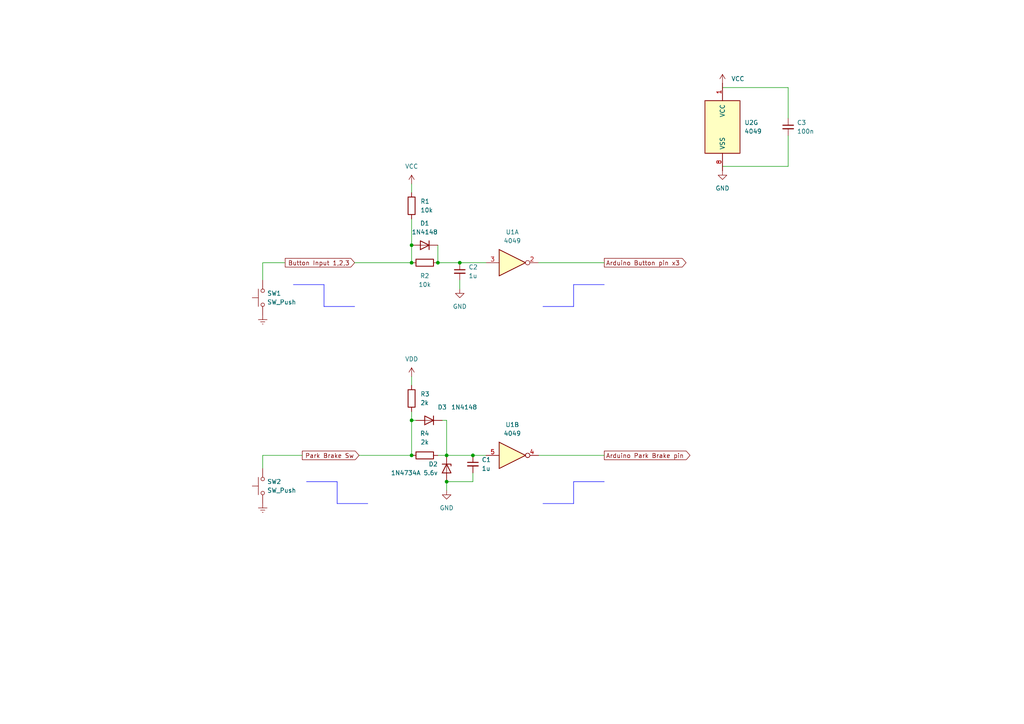
<source format=kicad_sch>
(kicad_sch (version 20230121) (generator eeschema)
  (paper "A4")
  (lib_symbols
    (symbol "4xxx:4049" (pin_names (offset 1.016))
      (property "Reference" "U" (at 0 1.27 0))
      (property "Value" "4049" (at 0 -1.27 0))
      (symbol "4049_1_0"
        (polyline (pts (xy -3.81 3.81) (xy -3.81 -3.81) (xy 3.81 0) (xy -3.81 3.81)) (stroke (width 0.254)) (fill (type background)))
        (pin output inverted (at 7.62 0 180) (length 3.81) (name "~") (number "2"))
        (pin input line (at -7.62 0 0) (length 3.81) (name "~") (number "3"))
      )
      (symbol "4049_2_0"
        (polyline (pts (xy -3.81 3.81) (xy -3.81 -3.81) (xy 3.81 0) (xy -3.81 3.81)) (stroke (width 0.254)) (fill (type background)))
        (pin output inverted (at 7.62 0 180) (length 3.81) (name "~") (number "4"))
        (pin input line (at -7.62 0 0) (length 3.81) (name "~") (number "5"))
      )
      (symbol "4049_3_0"
        (polyline (pts (xy -3.81 3.81) (xy -3.81 -3.81) (xy 3.81 0) (xy -3.81 3.81)) (stroke (width 0.254)) (fill (type background)))
        (pin output inverted (at 7.62 0 180) (length 3.81) (name "~") (number "6"))
        (pin input line (at -7.62 0 0) (length 3.81) (name "~") (number "7"))
      )
      (symbol "4049_4_0"
        (polyline (pts (xy -3.81 3.81) (xy -3.81 -3.81) (xy 3.81 0) (xy -3.81 3.81)) (stroke (width 0.254)) (fill (type background)))
        (pin output inverted (at 7.62 0 180) (length 3.81) (name "~") (number "10"))
        (pin input line (at -7.62 0 0) (length 3.81) (name "~") (number "9"))
      )
      (symbol "4049_5_0"
        (polyline (pts (xy -3.81 3.81) (xy -3.81 -3.81) (xy 3.81 0) (xy -3.81 3.81)) (stroke (width 0.254)) (fill (type background)))
        (pin input line (at -7.62 0 0) (length 3.81) (name "~") (number "11"))
        (pin output inverted (at 7.62 0 180) (length 3.81) (name "~") (number "12"))
      )
      (symbol "4049_6_0"
        (polyline (pts (xy -3.81 3.81) (xy -3.81 -3.81) (xy 3.81 0) (xy -3.81 3.81)) (stroke (width 0.254)) (fill (type background)))
        (pin input line (at -7.62 0 0) (length 3.81) (name "~") (number "14"))
        (pin output inverted (at 7.62 0 180) (length 3.81) (name "~") (number "15"))
      )
      (symbol "4049_7_0"
        (pin power_in line (at 0 12.7 270) (length 5.08) (name "VCC") (number "1"))
        (pin power_in line (at 0 -12.7 90) (length 5.08) (name "VSS") (number "8"))
      )
      (symbol "4049_7_1"
        (rectangle (start -5.08 7.62) (end 5.08 -7.62) (stroke (width 0.254)) (fill (type background)))
      )
    )
    (symbol "Device:C_Small" (pin_numbers hide) (pin_names (offset 0.254) hide)
      (property "Reference" "C" (at 0.254 1.778 0))
      (property "Value" "C_Small" (at 0.254 -2.032 0))
      (symbol "C_Small_0_1"
        (polyline (pts (xy -1.524 -0.508) (xy 1.524 -0.508)) (stroke (width 0.3302)))
        (polyline (pts (xy -1.524 0.508) (xy 1.524 0.508)) (stroke (width 0.3048)))
      )
      (symbol "C_Small_1_1"
        (pin passive line (at 0 2.54 270) (length 2.032) (name "~") (number "1"))
        (pin passive line (at 0 -2.54 90) (length 2.032) (name "~") (number "2"))
      )
    )
    (symbol "Device:R" (pin_numbers hide) (pin_names (offset 0))
      (property "Reference" "R" (at 2.032 0 90))
      (property "Value" "R" (at 0 0 90))
      (symbol "R_0_1"
        (rectangle (start -1.016 -2.54) (end 1.016 2.54) (stroke (width 0.254)))
      )
      (symbol "R_1_1"
        (pin passive line (at 0 3.81 270) (length 1.27) (name "~") (number "1"))
        (pin passive line (at 0 -3.81 90) (length 1.27) (name "~") (number "2"))
      )
    )
    (symbol "Diode:1N4148" (pin_numbers hide) (pin_names hide)
      (property "Reference" "D" (at 0 2.54 0))
      (property "Value" "1N4148" (at 0 -2.54 0))
      (symbol "1N4148_0_1"
        (polyline (pts (xy -1.27 1.27) (xy -1.27 -1.27)) (stroke (width 0.254)))
        (polyline (pts (xy 1.27 0) (xy -1.27 0)))
        (polyline (pts (xy 1.27 1.27) (xy 1.27 -1.27) (xy -1.27 0) (xy 1.27 1.27)) (stroke (width 0.254)))
      )
      (symbol "1N4148_1_1"
        (pin passive line (at -3.81 0 0) (length 2.54) (name "K") (number "1"))
        (pin passive line (at 3.81 0 180) (length 2.54) (name "A") (number "2"))
      )
    )
    (symbol "Diode:1N47xxA" (pin_numbers hide) (pin_names hide)
      (property "Reference" "D" (at 0 2.54 0))
      (property "Value" "1N47xxA" (at 0 -2.54 0))
      (symbol "1N47xxA_0_1"
        (polyline (pts (xy 1.27 0) (xy -1.27 0)))
        (polyline (pts (xy -1.27 -1.27) (xy -1.27 1.27) (xy -0.762 1.27)) (stroke (width 0.254)))
        (polyline (pts (xy 1.27 -1.27) (xy 1.27 1.27) (xy -1.27 0) (xy 1.27 -1.27)) (stroke (width 0.254)))
      )
      (symbol "1N47xxA_1_1"
        (pin passive line (at -3.81 0 0) (length 2.54) (name "K") (number "1"))
        (pin passive line (at 3.81 0 180) (length 2.54) (name "A") (number "2"))
      )
    )
    (symbol "Switch:SW_Push" (pin_numbers hide) (pin_names (offset 1.016) hide)
      (property "Reference" "SW" (at 1.27 2.54 0))
      (property "Value" "SW_Push" (at 0 -1.524 0))
      (symbol "SW_Push_0_1"
        (circle (center -2.032 0) (radius 0.508))
        (polyline (pts (xy 0 1.27) (xy 0 3.048)))
        (polyline (pts (xy 2.54 1.27) (xy -2.54 1.27)))
        (circle (center 2.032 0) (radius 0.508))
        (pin passive line (at -5.08 0 0) (length 2.54) (name "1") (number "1"))
        (pin passive line (at 5.08 0 180) (length 2.54) (name "2") (number "2"))
      )
    )
    (symbol "power:Earth" (power) (pin_names (offset 0))
      (symbol "Earth_0_1"
        (polyline (pts (xy -0.635 -1.905) (xy 0.635 -1.905)))
        (polyline (pts (xy -0.127 -2.54) (xy 0.127 -2.54)))
        (polyline (pts (xy 0 -1.27) (xy 0 0)))
        (polyline (pts (xy 1.27 -1.27) (xy -1.27 -1.27)))
      )
      (symbol "Earth_1_1"
        (pin power_in line (at 0 0 270) (length 0) hide (name "Earth") (number "1"))
      )
    )
    (symbol "power:GND" (power) (pin_names (offset 0))
      (property "Value" "GND" (at 0 -3.81 0))
      (symbol "GND_0_1"
        (polyline (pts (xy 0 0) (xy 0 -1.27) (xy 1.27 -1.27) (xy 0 -2.54) (xy -1.27 -1.27) (xy 0 -1.27)))
      )
      (symbol "GND_1_1"
        (pin power_in line (at 0 0 270) (length 0) hide (name "GND") (number "1"))
      )
    )
    (symbol "power:VCC" (power) (pin_names (offset 0))
      (property "Value" "VCC" (at 0 3.81 0))
      (symbol "VCC_0_1"
        (polyline (pts (xy -0.762 1.27) (xy 0 2.54)))
        (polyline (pts (xy 0 0) (xy 0 2.54)))
        (polyline (pts (xy 0 2.54) (xy 0.762 1.27)))
      )
      (symbol "VCC_1_1"
        (pin power_in line (at 0 0 90) (length 0) hide (name "VCC") (number "1"))
      )
    )
    (symbol "power:VDD" (power) (pin_names (offset 0))
      (property "Value" "VDD" (at 0 3.81 0))
      (symbol "VDD_0_1"
        (polyline (pts (xy -0.762 1.27) (xy 0 2.54)))
        (polyline (pts (xy 0 0) (xy 0 2.54)))
        (polyline (pts (xy 0 2.54) (xy 0.762 1.27)))
      )
      (symbol "VDD_1_1"
        (pin power_in line (at 0 0 90) (length 0) hide (name "VDD") (number "1"))
      )
    )
  )
  (junction (at 129.54 132.08))
  (junction (at 119.38 76.2))
  (junction (at 137.16 132.08))
  (junction (at 119.38 132.08))
  (junction (at 133.35 76.2))
  (junction (at 129.54 139.7))
  (junction (at 127 76.2))
  (junction (at 119.38 121.92))
  (junction (at 119.38 71.12))
  (wire (pts (xy 119.38 119.38) (xy 119.38 121.92)))
  (wire (pts (xy 156.21 76.2) (xy 175.26 76.2)))
  (wire (pts (xy 137.16 137.16) (xy 137.16 139.7)))
  (wire (pts (xy 156.21 132.08) (xy 175.26 132.08)))
  (wire (pts (xy 166.37 88.9) (xy 166.37 82.55)) (stroke (width 0) (color 0 0 255 1)))
  (wire (pts (xy 209.55 48.26) (xy 228.6 48.26)))
  (wire (pts (xy 85.09 82.55) (xy 93.98 82.55)) (stroke (width 0) (color 0 0 255 1)))
  (wire (pts (xy 127 71.12) (xy 127 76.2)))
  (wire (pts (xy 104.14 132.08) (xy 119.38 132.08)))
  (wire (pts (xy 76.2 132.08) (xy 87.63 132.08)))
  (wire (pts (xy 129.54 139.7) (xy 129.54 142.24)))
  (wire (pts (xy 166.37 82.55) (xy 175.26 82.55)) (stroke (width 0) (color 0 0 255 1)))
  (wire (pts (xy 127 132.08) (xy 129.54 132.08)))
  (wire (pts (xy 127 76.2) (xy 133.35 76.2)))
  (wire (pts (xy 129.54 121.92) (xy 129.54 132.08)))
  (wire (pts (xy 157.48 146.05) (xy 166.37 146.05)) (stroke (width 0) (color 0 0 255 1)))
  (wire (pts (xy 76.2 76.2) (xy 82.55 76.2)))
  (wire (pts (xy 228.6 34.29) (xy 228.6 25.4)))
  (wire (pts (xy 166.37 139.7) (xy 175.26 139.7)) (stroke (width 0) (color 0 0 255 1)))
  (wire (pts (xy 76.2 135.89) (xy 76.2 132.08)))
  (wire (pts (xy 102.87 76.2) (xy 119.38 76.2)))
  (wire (pts (xy 129.54 139.7) (xy 137.16 139.7)))
  (wire (pts (xy 209.55 25.4) (xy 228.6 25.4)))
  (wire (pts (xy 93.98 82.55) (xy 93.98 88.9)) (stroke (width 0) (color 0 0 255 1)))
  (wire (pts (xy 129.54 132.08) (xy 137.16 132.08)))
  (wire (pts (xy 97.79 146.05) (xy 106.68 146.05)) (stroke (width 0) (color 0 0 255 1)))
  (wire (pts (xy 119.38 71.12) (xy 119.38 76.2)))
  (wire (pts (xy 119.38 53.34) (xy 119.38 55.88)))
  (wire (pts (xy 137.16 132.08) (xy 140.97 132.08)))
  (wire (pts (xy 133.35 76.2) (xy 140.97 76.2)))
  (wire (pts (xy 128.27 121.92) (xy 129.54 121.92)))
  (wire (pts (xy 119.38 109.22) (xy 119.38 111.76)))
  (wire (pts (xy 228.6 39.37) (xy 228.6 48.26)))
  (wire (pts (xy 119.38 63.5) (xy 119.38 71.12)))
  (wire (pts (xy 166.37 146.05) (xy 166.37 139.7)) (stroke (width 0) (color 0 0 255 1)))
  (wire (pts (xy 157.48 88.9) (xy 166.37 88.9)) (stroke (width 0) (color 0 0 255 1)))
  (wire (pts (xy 119.38 121.92) (xy 120.65 121.92)))
  (wire (pts (xy 133.35 81.28) (xy 133.35 83.82)))
  (wire (pts (xy 119.38 121.92) (xy 119.38 132.08)))
  (wire (pts (xy 93.98 88.9) (xy 102.87 88.9)) (stroke (width 0) (color 0 0 255 1)))
  (wire (pts (xy 76.2 81.28) (xy 76.2 76.2)))
  (wire (pts (xy 97.79 139.7) (xy 97.79 146.05)) (stroke (width 0) (color 0 0 255 1)))
  (wire (pts (xy 88.9 139.7) (xy 97.79 139.7)) (stroke (width 0) (color 0 0 255 1)))
  (global_label "Park Brake Sw" (shape input) (at 104.14 132.08 180) (property "Intersheetrefs" "${INTERSHEET_REFS}" (effects hide)))
  (global_label "Button Input 1,2,3" (shape input) (at 102.87 76.2 180) (property "Intersheetrefs" "${INTERSHEET_REFS}" (effects hide)))
  (global_label "Arduino Park Brake pin" (shape output) (at 175.26 132.08 0) (property "Intersheetrefs" "${INTERSHEET_REFS}" (effects hide)))
  (global_label "Arduino Button pin x3" (shape output) (at 175.26 76.2 0) (property "Intersheetrefs" "${INTERSHEET_REFS}" (effects hide)))
  (symbol (lib_id "power:VCC") (at 119.38 53.34 0) (unit 1)
    (property "Reference" "#PWR04" (effects hide))
    (property "Value" "VCC" (at 119.38 48.26 0))
  )
  (symbol (lib_id "Device:C_Small") (at 137.16 134.62 0) (unit 1)
    (property "Reference" "C1" (at 139.7 133.3563 0) (effects (justify left)))
    (property "Value" "1u" (at 139.7 135.8963 0) (effects (justify left)))
  )
  (symbol (lib_id "4xxx:4049") (at 148.59 132.08 0) (unit 2)
    (property "Reference" "U1" (at 148.59 123.19 0))
    (property "Value" "4049" (at 148.59 125.73 0))
    (property "Datasheet" "http://www.intersil.com/content/dam/intersil/documents/cd40/cd4049ubms.pdf" (effects hide))
  )
  (symbol (lib_id "Diode:1N47xxA") (at 129.54 135.89 270) (unit 1)
    (property "Reference" "D2" (at 127 134.62 90) (effects (justify right)))
    (property "Value" "1N4734A 5.6v" (at 127 137.16 90) (effects (justify right)))
    (property "Footprint" "Diode_THT:D_DO-41_SOD81_P10.16mm_Horizontal" (effects hide))
    (property "Datasheet" "https://www.vishay.com/docs/85816/1n4728a.pdf" (effects hide))
  )
  (symbol (lib_id "Device:R") (at 119.38 115.57 0) (unit 1)
    (property "Reference" "R3" (at 121.92 114.3 0) (effects (justify left)))
    (property "Value" "2k" (at 121.92 116.84 0) (effects (justify left)))
  )
  (symbol (lib_id "power:GND") (at 209.55 49.53 0) (unit 1)
    (property "Reference" "#PWR02" (effects hide))
    (property "Value" "GND" (at 209.55 54.61 0))
  )
  (symbol (lib_id "Device:R") (at 119.38 59.69 0) (unit 1)
    (property "Reference" "R1" (at 121.92 58.42 0) (effects (justify left)))
    (property "Value" "10k" (at 121.92 60.96 0) (effects (justify left)))
  )
  (symbol (lib_id "power:VCC") (at 209.55 24.13 0) (unit 1)
    (property "Reference" "#PWR07" (effects hide))
    (property "Value" "VCC" (at 212.09 22.86 0) (effects (justify left)))
  )
  (symbol (lib_id "4xxx:4049") (at 148.59 76.2 0) (unit 1)
    (property "Reference" "U1" (at 148.59 67.31 0))
    (property "Value" "4049" (at 148.59 69.85 0))
    (property "Datasheet" "http://www.intersil.com/content/dam/intersil/documents/cd40/cd4049ubms.pdf" (effects hide))
  )
  (symbol (lib_id "4xxx:4049") (at 209.55 36.83 0) (unit 7)
    (property "Reference" "U2" (at 215.9 35.56 0) (effects (justify left)))
    (property "Value" "4049" (at 215.9 38.1 0) (effects (justify left)))
    (property "Datasheet" "http://www.intersil.com/content/dam/intersil/documents/cd40/cd4049ubms.pdf" (effects hide))
  )
  (symbol (lib_id "Device:C_Small") (at 133.35 78.74 0) (unit 1)
    (property "Reference" "C2" (at 135.89 77.4763 0) (effects (justify left)))
    (property "Value" "1u" (at 135.89 80.0163 0) (effects (justify left)))
  )
  (symbol (lib_id "Diode:1N4148") (at 123.19 71.12 180) (unit 1)
    (property "Reference" "D1" (at 123.19 64.77 0))
    (property "Value" "1N4148" (at 123.19 67.31 0))
    (property "Footprint" "Diode_THT:D_DO-35_SOD27_P7.62mm_Horizontal" (effects hide))
    (property "Datasheet" "https://assets.nexperia.com/documents/data-sheet/1N4148_1N4448.pdf" (effects hide))
    (property "Sim.Device" "D" (effects hide))
    (property "Sim.Pins" "1=K 2=A" (effects hide))
  )
  (symbol (lib_id "power:Earth") (at 76.2 91.44 0) (unit 1)
    (property "Reference" "#PWR05" (effects hide))
    (property "Value" "Earth" (effects hide))
  )
  (symbol (lib_id "power:VDD") (at 119.38 109.22 0) (unit 1)
    (property "Reference" "#PWR01" (effects hide))
    (property "Value" "VDD" (at 119.38 104.14 0))
  )
  (symbol (lib_id "Device:C_Small") (at 228.6 36.83 0) (unit 1)
    (property "Reference" "C3" (at 231.14 35.5663 0) (effects (justify left)))
    (property "Value" "100n" (at 231.14 38.1063 0) (effects (justify left)))
  )
  (symbol (lib_id "power:GND") (at 133.35 83.82 0) (unit 1)
    (property "Reference" "#PWR03" (effects hide))
    (property "Value" "GND" (at 133.35 88.9 0))
  )
  (symbol (lib_id "Device:R") (at 123.19 76.2 270) (unit 1)
    (property "Reference" "R2" (at 123.19 80.01 90))
    (property "Value" "10k" (at 123.19 82.55 90))
  )
  (symbol (lib_id "Device:R") (at 123.19 132.08 270) (unit 1)
    (property "Reference" "R4" (at 123.19 125.73 90))
    (property "Value" "2k" (at 123.19 128.27 90))
  )
  (symbol (lib_id "Switch:SW_Push") (at 76.2 140.97 90) (unit 1)
    (property "Reference" "SW2" (at 77.47 139.7 90) (effects (justify right)))
    (property "Value" "SW_Push" (at 77.47 142.24 90) (effects (justify right)))
  )
  (symbol (lib_id "Switch:SW_Push") (at 76.2 86.36 90) (unit 1)
    (property "Reference" "SW1" (at 77.47 85.09 90) (effects (justify right)))
    (property "Value" "SW_Push" (at 77.47 87.63 90) (effects (justify right)))
  )
  (symbol (lib_id "power:Earth") (at 76.2 146.05 0) (unit 1)
    (property "Reference" "#PWR06" (effects hide))
    (property "Value" "Earth" (effects hide))
  )
  (symbol (lib_id "Diode:1N4148") (at 124.46 121.92 180) (unit 1)
    (property "Reference" "D3" (at 128.27 118.11 0))
    (property "Value" "1N4148" (at 134.62 118.11 0))
    (property "Footprint" "Diode_THT:D_DO-35_SOD27_P7.62mm_Horizontal" (effects hide))
    (property "Datasheet" "https://assets.nexperia.com/documents/data-sheet/1N4148_1N4448.pdf" (effects hide))
    (property "Sim.Device" "D" (effects hide))
    (property "Sim.Pins" "1=K 2=A" (effects hide))
  )
  (symbol (lib_id "power:GND") (at 129.54 142.24 0) (unit 1)
    (property "Reference" "#PWR08" (effects hide))
    (property "Value" "GND" (at 129.54 147.32 0))
  )
)
</source>
